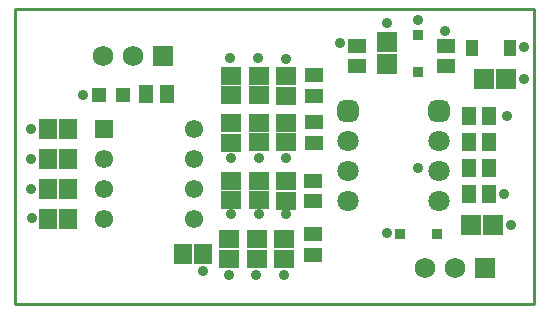
<source format=gts>
G04*
G04 #@! TF.GenerationSoftware,Altium Limited,Altium Designer,20.2.7 (254)*
G04*
G04 Layer_Color=8388736*
%FSLAX43Y43*%
%MOMM*%
G71*
G04*
G04 #@! TF.SameCoordinates,DF3CF367-A293-4906-87DF-23C10940DAFD*
G04*
G04*
G04 #@! TF.FilePolarity,Negative*
G04*
G01*
G75*
%ADD10C,0.254*%
%ADD14R,0.900X0.950*%
%ADD16R,0.950X0.900*%
%ADD22R,1.200X1.200*%
%ADD23R,1.703X1.753*%
%ADD24R,1.113X1.423*%
%ADD25R,1.603X1.303*%
%ADD26R,1.303X1.603*%
%ADD27R,1.753X1.703*%
%ADD28R,1.653X1.503*%
%ADD29R,1.503X1.653*%
%ADD30C,1.803*%
G04:AMPARAMS|DCode=31|XSize=1.803mm|YSize=1.803mm|CornerRadius=0.502mm|HoleSize=0mm|Usage=FLASHONLY|Rotation=270.000|XOffset=0mm|YOffset=0mm|HoleType=Round|Shape=RoundedRectangle|*
%AMROUNDEDRECTD31*
21,1,1.803,0.800,0,0,270.0*
21,1,0.800,1.803,0,0,270.0*
1,1,1.003,-0.400,-0.400*
1,1,1.003,-0.400,0.400*
1,1,1.003,0.400,0.400*
1,1,1.003,0.400,-0.400*
%
%ADD31ROUNDEDRECTD31*%
%ADD32R,1.753X1.753*%
%ADD33C,1.753*%
%ADD34C,1.550*%
%ADD35R,1.550X1.550*%
%ADD36C,0.903*%
D10*
X44000Y18750D02*
Y25000D01*
Y0D02*
Y6250D01*
X0Y0D02*
Y25000D01*
X44000D01*
Y6250D02*
Y18750D01*
X0Y0D02*
X44000D01*
D14*
X35756Y5934D02*
D03*
X32606D02*
D03*
D16*
X34187Y19663D02*
D03*
Y22813D02*
D03*
D22*
X9219Y17696D02*
D03*
X7119D02*
D03*
D23*
X38635Y6686D02*
D03*
X40485D02*
D03*
X41632Y19055D02*
D03*
X39782D02*
D03*
D24*
X38711Y21714D02*
D03*
X41981D02*
D03*
D25*
X29004Y20125D02*
D03*
Y21875D02*
D03*
X36492Y20125D02*
D03*
Y21875D02*
D03*
X25256Y5890D02*
D03*
Y4140D02*
D03*
X25282Y8702D02*
D03*
Y10452D02*
D03*
X25344Y13646D02*
D03*
Y15396D02*
D03*
Y17634D02*
D03*
Y19384D02*
D03*
D26*
X38458Y9301D02*
D03*
X40208D02*
D03*
X38458Y15962D02*
D03*
X40208D02*
D03*
X38458Y11534D02*
D03*
X40208D02*
D03*
X38458Y13757D02*
D03*
X40208D02*
D03*
X11124Y17796D02*
D03*
X12874D02*
D03*
D27*
X31558Y22184D02*
D03*
Y20334D02*
D03*
D28*
X22990Y8752D02*
D03*
Y10402D02*
D03*
X18132Y5483D02*
D03*
Y3832D02*
D03*
X20489Y5483D02*
D03*
Y3833D02*
D03*
X22847Y5483D02*
D03*
Y3832D02*
D03*
X18348Y10417D02*
D03*
Y8767D02*
D03*
X20684Y10417D02*
D03*
Y8767D02*
D03*
X18348Y15323D02*
D03*
Y13673D02*
D03*
X20682Y15346D02*
D03*
Y13696D02*
D03*
X22990Y15346D02*
D03*
Y13696D02*
D03*
X18298Y17677D02*
D03*
Y19327D02*
D03*
X20685Y17677D02*
D03*
Y19327D02*
D03*
X22990Y17650D02*
D03*
Y19300D02*
D03*
D29*
X4482Y7216D02*
D03*
X2832Y12283D02*
D03*
X4482D02*
D03*
X2832Y9749D02*
D03*
X4482D02*
D03*
X2832Y7216D02*
D03*
X15923Y4250D02*
D03*
X14273D02*
D03*
X4482Y14779D02*
D03*
X2832D02*
D03*
D30*
X28231Y8706D02*
D03*
Y11246D02*
D03*
Y13786D02*
D03*
X35897D02*
D03*
Y11246D02*
D03*
Y8706D02*
D03*
D31*
X28231Y16326D02*
D03*
X35897D02*
D03*
D32*
X12540Y21000D02*
D03*
X39862Y3066D02*
D03*
D33*
X10000Y21000D02*
D03*
X7460D02*
D03*
X37322Y3066D02*
D03*
X34782D02*
D03*
D34*
X7566Y7176D02*
D03*
Y9716D02*
D03*
Y12256D02*
D03*
X15186Y14796D02*
D03*
Y12256D02*
D03*
Y9716D02*
D03*
Y7176D02*
D03*
D35*
X7566Y14796D02*
D03*
D36*
X34175Y24036D02*
D03*
X43125Y21748D02*
D03*
X43136Y19069D02*
D03*
X41722Y15919D02*
D03*
X18359Y12328D02*
D03*
X20663Y12386D02*
D03*
X23002D02*
D03*
X31569Y23770D02*
D03*
X22975Y7603D02*
D03*
X20688Y7581D02*
D03*
X18357D02*
D03*
X36439Y23122D02*
D03*
X41993Y6718D02*
D03*
X31493Y5997D02*
D03*
X22984Y20763D02*
D03*
X20637Y20834D02*
D03*
X18281Y20852D02*
D03*
X34189Y11516D02*
D03*
X27543Y22074D02*
D03*
X41448Y9340D02*
D03*
X5777Y17724D02*
D03*
X1438Y7259D02*
D03*
X1423Y9761D02*
D03*
X1408Y12263D02*
D03*
Y14795D02*
D03*
X22846Y2465D02*
D03*
X20455Y2481D02*
D03*
X18146Y2465D02*
D03*
X15978Y2791D02*
D03*
M02*

</source>
